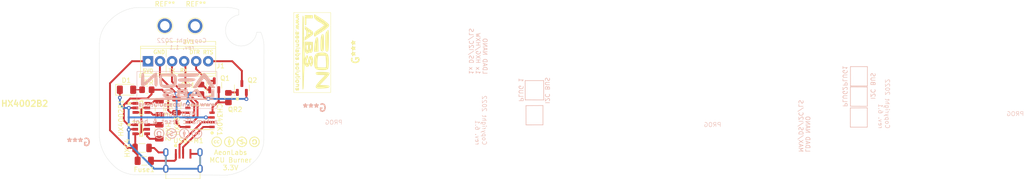
<source format=kicad_pcb>
(kicad_pcb (version 20211014) (generator pcbnew)
  (layers (0 "F.Cu" signal) (31 "B.Cu" signal) (34 "B.Paste" user) (35 "F.Paste" user) (36 "B.SilkS" user "B.Silkscreen") (37 "F.SilkS" user "F.Silkscreen") (38 "B.Mask" user) (39 "F.Mask" user) (44 "Edge.Cuts" user))
  (net 0 "")
  (net 1 "Net-(HX4002B1-Pad4)")
  (net 2 "Net-(HX4002B1-Pad6)")
  (net 3 "/GND")
  (net 4 "Net-(Q2-Pad1)")
  (net 5 "Net-(CH340K1-Pad4)")
  (net 6 "/5V0")
  (net 7 "Net-(CH340K1-Pad1)")
  (net 8 "Net-(CH340K1-Pad2)")
  (net 9 "/CH3V3")
  (net 10 "/TX_OUT_3V3")
  (net 12 "/RX_OUT_3V3")
  (net 13 "Net-(D1-Pad2)")
  (net 14 "/RST_EN_RTS")
  (net 15 "Net-(Fuse1-Pad2)")
  (net 16 "Net-(HX4002B2-Pad6)")
  (net 17 "Net-(HX4002B2-Pad4)")
  (net 18 "/IO0_BOOT_DTR")
  (net 20 "Net-(CH340K1-Pad6)")
  (net 21 "Net-(Q1-Pad1)")
  (net 22 "/3V3")
  (footprint "TerminalBlock_Phoenix:TerminalBlock_Phoenix_MPT-0,5-6-2.54_1x06_P2.54mm_Horizontal" (layer "F.Cu") (at 157.14 82.89)
    (fp_text reference "J1" (at 15.3 0.97) (layer "F.SilkS"))
    (fp_text value "Conn_01x06_Male")
    (pad "1" thru_hole rect locked (at 0 0) (size 2.2 2.2) (drill 1.1) (layers *.Cu *.Mask) (net 6 "/5V0"))
    (pad "2" thru_hole circle locked (at 2.54 0) (size 2.2 2.2) (drill 1.1) (layers *.Cu *.Mask) (net 3 "/GND"))
    (pad "3" thru_hole circle locked (at 5.08 0) (size 2.2 2.2) (drill 1.1) (layers *.Cu *.Mask) (net 10 "/TX_OUT_3V3"))
    (pad "4" thru_hole circle locked (at 7.62 0) (size 2.2 2.2) (drill 1.1) (layers *.Cu *.Mask) (net 12 "/RX_OUT_3V3"))
    (pad "5" thru_hole circle locked (at 10.16 0) (size 2.2 2.2) (drill 1.1) (layers *.Cu *.Mask) (net 18 "/IO0_BOOT_DTR"))
    (pad "6" thru_hole circle locked (at 12.7 0) (size 2.2 2.2) (drill 1.1) (layers *.Cu *.Mask) (net 14 "/RST_EN_RTS"))
  )
  (footprint "Capacitor_SMD:C_1206_3216Metric" (layer "F.Cu") (at 163.14 92.26 90)
    (fp_text reference "HXC3" (at -4.33 0.12 90) (layer "F.SilkS"))
    (fp_text value "2.2uF")
    (pad "1" smd roundrect locked (at -1.475 0 90) (size 1.15 1.8) (layers "F.Cu" "F.Paste" "F.Mask") (roundrect_rratio 0.217391) (net 9 "/CH3V3"))
    (pad "2" smd roundrect locked (at 1.475 0 90) (size 1.15 1.8) (layers "F.Cu" "F.Paste" "F.Mask") (roundrect_rratio 0.217391) (net 3 "/GND"))
  )
  (footprint "Fuse:Fuse_1206_3216Metric" (layer "F.Cu") (at 156.36 103.87)
    (fp_text reference "Fuse1" (at -0.02 1.85) (layer "F.SilkS"))
    (fp_text value "Polyfuse")
    (pad "1" smd roundrect locked (at -1.4 0) (size 1.25 1.75) (layers "F.Cu" "F.Paste" "F.Mask") (roundrect_rratio 0.2) (net 6 "/5V0"))
    (pad "2" smd roundrect locked (at 1.4 0) (size 1.25 1.75) (layers "F.Cu" "F.Paste" "F.Mask") (roundrect_rratio 0.2) (net 15 "Net-(Fuse1-Pad2)"))
  )
  (footprint "AeonLabs:HX4002 SOT95 P280X125-6N" (layer "F.Cu") (at 155.7 92.74)
    (fp_text reference "HX4002B1" (at -4.25 2.11 90) (layer "F.SilkS"))
    (fp_text value "HX4002B" hide)
    (pad "1" smd rect (at -1.21 -0.97 90) (size 0.6 1.2) (layers "F.Cu" "F.Paste" "F.Mask") (net 9 "/CH3V3"))
    (pad "2" smd rect (at -1.21 -0.02 90) (size 0.6 1.2) (layers "F.Cu" "F.Paste" "F.Mask") (net 3 "/GND"))
    (pad "3" smd rect (at -1.21 0.93 90) (size 0.6 1.2) (layers "F.Cu" "F.Paste" "F.Mask") (net 6 "/5V0"))
    (pad "4" smd rect (at 1.29 0.93 90) (size 0.6 1.2) (layers "F.Cu" "F.Paste" "F.Mask") (net 1 "Net-(HX4002B1-Pad4)"))
    (pad "5" smd rect (at 1.29 -0.02 90) (size 0.6 1.2) (layers "F.Cu" "F.Paste" "F.Mask") (net 6 "/5V0"))
    (pad "6" smd rect (at 1.29 -0.97 90) (size 0.6 1.2) (layers "F.Cu" "F.Paste" "F.Mask") (net 2 "Net-(HX4002B1-Pad6)"))
  )
  (footprint "AeonLabs:Micro_USB_pcb_socket_5pin_4weld_points" (layer "F.Cu") (at 164.33 104.53)
    (fp_text reference "USB-M1" (at 1.33 -4.9) (layer "F.SilkS"))
    (fp_text value "USB-M")
    (pad "1" connect rect (at -1.32 -2.13) (size 0.4 2) (layers "F.Cu" "F.Mask") (net 15 "Net-(Fuse1-Pad2)"))
    (pad "2" connect rect (at -0.54 -2.13) (size 0.4 2) (layers "F.Cu" "F.Mask") (net 8 "Net-(CH340K1-Pad2)"))
    (pad "3" connect rect (at 0.21 -2.13) (size 0.4 2) (layers "F.Cu" "F.Mask") (net 7 "Net-(CH340K1-Pad1)"))
    (pad "4" connect rect (at 0.99 -2.13) (size 0 0) (layers "F.Cu" "F.Mask"))
    (pad "5" connect rect (at 1.76 -2.13) (size 0.4 2) (layers "F.Cu" "F.Mask") (net 3 "/GND"))
    (pad "6" thru_hole oval (at -3.43 1.01) (size 1.1 1.7) (drill oval 0.5 1.2) (layers *.Cu *.Mask) (net 3 "/GND"))
    (pad "6" thru_hole oval (at 3.79 1.01) (size 1.1 1.7) (drill oval 0.5 1.2) (layers *.Cu *.Mask) (net 3 "/GND"))
    (pad "6" thru_hole oval (at -3.42 -2.46) (size 1.1 1.7) (drill oval 0.5 1.2) (layers *.Cu *.Mask) (net 3 "/GND"))
    (pad "6" thru_hole oval (at 3.77 -2.47) (size 1.1 1.7) (drill oval 0.5 1.2) (layers *.Cu *.Mask) (net 3 "/GND"))
  )
  (footprint "TestPoint:TestPoint_Plated_Hole_D2.0mm" (layer "F.Cu") (at 160.69 75.41)
    (fp_text reference "REF**" (at 0.03 -4.57) (layer "F.SilkS"))
    (fp_text value "TestPoint_Plated_Hole_D2.0mm")
    (pad "1" thru_hole circle locked (at 0 0) (size 3 3) (drill 2) (layers *.Cu *.Mask))
  )
  (footprint "Resistor_SMD:R_0805_2012Metric_Pad1.20x1.40mm_HandSolder" (layer "F.Cu") (at 168.29 88.8 90)
    (fp_text reference "QR1" (at 0.88 -2.73) (layer "F.SilkS"))
    (fp_text value "10K")
    (pad "1" smd roundrect locked (at -1 0 90) (size 1.2 1.4) (layers "F.Cu" "F.Paste" "F.Mask") (roundrect_rratio 0.208333) (net 20 "Net-(CH340K1-Pad6)"))
    (pad "2" smd roundrect locked (at 1 0 90) (size 1.2 1.4) (layers "F.Cu" "F.Paste" "F.Mask") (roundrect_rratio 0.208333) (net 21 "Net-(Q1-Pad1)"))
  )
  (footprint "Resistor_SMD:R_0805_2012Metric_Pad1.20x1.40mm_HandSolder" (layer "F.Cu") (at 174.08 90.56 90)
    (fp_text reference "QR2" (at -2.5 1.43) (layer "F.SilkS"))
    (fp_text value "10K")
    (pad "1" smd roundrect locked (at -1 0 90) (size 1.2 1.4) (layers "F.Cu" "F.Paste" "F.Mask") (roundrect_rratio 0.208333) (net 5 "Net-(CH340K1-Pad4)"))
    (pad "2" smd roundrect locked (at 1 0 90) (size 1.2 1.4) (layers "F.Cu" "F.Paste" "F.Mask") (roundrect_rratio 0.208333) (net 4 "Net-(Q2-Pad1)"))
  )
  (footprint "Resistor_SMD:R_0805_2012Metric_Pad1.20x1.40mm_HandSolder" (layer "F.Cu") (at 156.9 88.9 180)
    (fp_text reference "LDR1" (at -0.5 1.54) (layer "F.SilkS"))
    (fp_text value "330R")
    (pad "1" smd roundrect locked (at -1 0 180) (size 1.2 1.4) (layers "F.Cu" "F.Paste" "F.Mask") (roundrect_rratio 0.208333) (net 22 "/3V3"))
    (pad "2" smd roundrect locked (at 1 0 180) (size 1.2 1.4) (layers "F.Cu" "F.Paste" "F.Mask") (roundrect_rratio 0.208333) (net 13 "Net-(D1-Pad2)"))
  )
  (footprint "LED_SMD:LED_1206_3216Metric" (layer "F.Cu") (at 152.62 88.9)
    (fp_text reference "D1" (at -0.04 -1.97) (layer "F.SilkS"))
    (fp_text value "LED")
    (pad "1" smd roundrect locked (at -1.4 0) (size 1.25 1.75) (layers "F.Cu" "F.Paste" "F.Mask") (roundrect_rratio 0.2) (net 3 "/GND"))
    (pad "2" smd roundrect locked (at 1.4 0) (size 1.25 1.75) (layers "F.Cu" "F.Paste" "F.Mask") (roundrect_rratio 0.2) (net 13 "Net-(D1-Pad2)"))
  )
  (footprint "Package_TO_SOT_SMD:SOT-23" (layer "F.Cu") (at 176.92 88.52 90)
    (fp_text reference "Q2" (at 1.62 2.21 180) (layer "F.SilkS"))
    (fp_text value "BSS138")
    (pad "1" smd roundrect locked (at -0.9375 -0.95 90) (size 1.475 0.6) (layers "F.Cu" "F.Paste" "F.Mask") (net 4 "Net-(Q2-Pad1)"))
    (pad "2" smd roundrect locked (at -0.9375 0.95 90) (size 1.475 0.6) (layers "F.Cu" "F.Paste" "F.Mask") (net 20 "Net-(CH340K1-Pad6)"))
    (pad "3" smd roundrect locked (at 0.9375 0 90) (size 1.475 0.6) (layers "F.Cu" "F.Paste" "F.Mask") (net 14 "/RST_EN_RTS"))
  )
  (footprint "Package_SO:SSOP-10_3.9x4.9mm_P1.00mm" (layer "F.Cu") (at 168.09 94.7325 180)
    (fp_text reference "CH340K1" (at -4.15 -0.4675 -90 unlocked) (layer "F.SilkS"))
    (fp_text value "CH340K1")
    (pad "1" smd rect locked (at -2.55 -2 180) (size 1.1 0.51) (layers "F.Cu" "F.Paste" "F.Mask") (net 7 "Net-(CH340K1-Pad1)"))
    (pad "2" smd rect locked (at -2.55 -1 180) (size 1.1 0.51) (layers "F.Cu" "F.Paste" "F.Mask") (net 8 "Net-(CH340K1-Pad2)"))
    (pad "3" smd rect locked (at -2.55 0 180) (size 1.1 0.51) (layers "F.Cu" "F.Paste" "F.Mask") (net 3 "/GND"))
    (pad "4" smd rect locked (at -2.55 1 180) (size 1.1 0.51) (layers "F.Cu" "F.Paste" "F.Mask") (net 5 "Net-(CH340K1-Pad4)"))
    (pad "5" smd rect locked (at -2.55 2 180) (size 0 0) (layers "F.Cu" "F.Paste" "F.Mask"))
    (pad "6" smd rect locked (at 2.55 2 180) (size 1.1 0.51) (layers "F.Cu" "F.Paste" "F.Mask") (net 20 "Net-(CH340K1-Pad6)"))
    (pad "7" smd rect locked (at 2.55 1 180) (size 1.1 0.51) (layers "F.Cu" "F.Paste" "F.Mask") (net 9 "/CH3V3"))
    (pad "8" smd rect locked (at 2.55 0 180) (size 1.1 0.51) (layers "F.Cu" "F.Paste" "F.Mask") (net 10 "/TX_OUT_3V3"))
    (pad "9" smd rect locked (at 2.55 -1 180) (size 1.1 0.51) (layers "F.Cu" "F.Paste" "F.Mask") (net 12 "/RX_OUT_3V3"))
    (pad "10" smd rect locked (at 2.55 -2 180) (size 1.1 0.51) (layers "F.Cu" "F.Paste" "F.Mask") (net 9 "/CH3V3"))
  )
  (footprint "AeonLabs:aeon logo www" (layer "F.Cu") (at 191.78 81.06 -90)
    (fp_text reference "G***" (at -0.13 -9.1 90) (layer "F.SilkS") (effects (font (size 1.524 1.524) (thickness 0.3))))
    (fp_text value "LOGO" hide)
  )
  (footprint "TestPoint:TestPoint_Plated_Hole_D2.0mm" (layer "F.Cu") (at 167.09 75.46)
    (fp_text reference "REF**" (at 0.16 -4.61) (layer "F.SilkS"))
    (fp_text value "TestPoint_Plated_Hole_D2.0mm")
    (pad "1" thru_hole circle locked (at 0 0) (size 3 3) (drill 2) (layers *.Cu *.Mask))
  )
  (footprint "Package_TO_SOT_SMD:SOT-23" (layer "F.Cu") (at 171.1 87.96 90)
    (fp_text reference "Q1" (at 1.48 2.27) (layer "F.SilkS"))
    (fp_text value "BSS138")
    (pad "1" smd roundrect locked (at -0.9375 -0.95 90) (size 1.475 0.6) (layers "F.Cu" "F.Paste" "F.Mask") (net 21 "Net-(Q1-Pad1)"))
    (pad "2" smd roundrect locked (at -0.9375 0.95 90) (size 1.475 0.6) (layers "F.Cu" "F.Paste" "F.Mask") (net 5 "Net-(CH340K1-Pad4)"))
    (pad "3" smd roundrect locked (at 0.9375 0 90) (size 1.475 0.6) (layers "F.Cu" "F.Paste" "F.Mask") (net 18 "/IO0_BOOT_DTR"))
  )
  (footprint "Capacitor_SMD:C_1206_3216Metric" (layer "F.Cu") (at 159.52 97.76 -90)
    (fp_text reference "HXC2" (at 0 -1.85 -90 unlocked) (layer "F.SilkS"))
    (fp_text value "2.2uF")
    (pad "1" smd roundrect locked (at -1.475 0 270) (size 1.15 1.8) (layers "F.Cu" "F.Paste" "F.Mask") (roundrect_rratio 0.217391) (net 16 "Net-(HX4002B2-Pad6)"))
    (pad "2" smd roundrect locked (at 1.475 0 270) (size 1.15 1.8) (layers "F.Cu" "F.Paste" "F.Mask") (roundrect_rratio 0.217391) (net 17 "Net-(HX4002B2-Pad4)"))
  )
  (footprint "AeonLabs:aeon creative commons logos" (layer "F.Cu") (at 175.5798 99.818532)
    (fp_text reference "G***" hide)
    (fp_text value "LOGO" hide)
  )
  (footprint "AeonLabs:HX4002 SOT95 P280X125-6N" (layer "F.Cu") (at 155.67 97.24)
    (fp_text reference "HX4002B2" (at -24.52 -5.42) (layer "F.SilkS") (effects (font (size 1.27 1.27) (thickness 0.254))))
    (fp_text value "HX4002B" hide)
    (pad "1" smd rect (at -1.21 -0.97 90) (size 0.6 1.2) (layers "F.Cu" "F.Paste" "F.Mask") (net 9 "/CH3V3"))
    (pad "2" smd rect (at -1.21 -0.02 90) (size 0.6 1.2) (layers "F.Cu" "F.Paste" "F.Mask") (net 3 "/GND"))
    (pad "3" smd rect (at -1.21 0.93 90) (size 0.6 1.2) (layers "F.Cu" "F.Paste" "F.Mask") (net 6 "/5V0"))
    (pad "4" smd rect (at 1.29 0.93 90) (size 0.6 1.2) (layers "F.Cu" "F.Paste" "F.Mask") (net 17 "Net-(HX4002B2-Pad4)"))
    (pad "5" smd rect (at 1.29 -0.02 90) (size 0.6 1.2) (layers "F.Cu" "F.Paste" "F.Mask") (net 6 "/5V0"))
    (pad "6" smd rect (at 1.29 -0.97 90) (size 0.6 1.2) (layers "F.Cu" "F.Paste" "F.Mask") (net 16 "Net-(HX4002B2-Pad6)"))
  )
  (footprint "Capacitor_SMD:C_1206_3216Metric" (layer "F.Cu") (at 155.89 101.16)
    (fp_text reference "HXC4" (at -3.11 0.02 90) (layer "F.SilkS"))
    (fp_text value "2.2uF")
    (pad "1" smd roundrect locked (at -1.475 0) (size 1.15 1.8) (layers "F.Cu" "F.Paste" "F.Mask") (roundrect_rratio 0.217391) (net 6 "/5V0"))
    (pad "2" smd roundrect locked (at 1.475 0) (size 1.15 1.8) (layers "F.Cu" "F.Paste" "F.Mask") (roundrect_rratio 0.217391) (net 3 "/GND"))
  )
  (footprint "Capacitor_SMD:C_1206_3216Metric" (layer "F.Cu") (at 159.57 92.71 -90)
    (fp_text reference "HXC1" (at -0.17 -1.71 -90 unlocked) (layer "F.SilkS"))
    (fp_text value "2.2uF")
    (pad "1" smd roundrect locked (at -1.475 0 270) (size 1.15 1.8) (layers "F.Cu" "F.Paste" "F.Mask") (roundrect_rratio 0.217391) (net 2 "Net-(HX4002B1-Pad6)"))
    (pad "2" smd roundrect locked (at 1.475 0 270) (size 1.15 1.8) (layers "F.Cu" "F.Paste" "F.Mask") (roundrect_rratio 0.217391) (net 1 "Net-(HX4002B1-Pad4)"))
  )
  (footprint "AeonLabs:aeon logo www" (layer "B.Cu") (at 163.240001 88.907666 180)
    (fp_text reference "G***" (at -28.989999 -3.812334) (layer "B.SilkS") (effects (font (size 1.524 1.524) (thickness 0.3)) (justify mirror)))
    (fp_text value "LOGO" hide)
  )
  (footprint "AeonLabs:aeon creative commons logos" (layer "B.Cu") (at 163.480201 98.068532 180)
    (fp_text reference "G***" (at 20.950201 -1.891468) (layer "B.SilkS") (effects (font (size 1.524 1.524) (thickness 0.3)) (justify mirror)))
    (fp_text value "LOGO" hide)
  )
  (gr_line (start 236.785 96.2975) (end 240.35 96.295) (layer "B.SilkS") (width 0.12))
  (gr_line (start 305.13 92.37) (end 308.67 92.385) (layer "B.SilkS") (width 0.12))
  (gr_line (start 240.35 92.225) (end 236.775 92.2475) (layer "B.SilkS") (width 0.12))
  (gr_line (start 308.67 92.705) (end 305.095 92.7275) (layer "B.SilkS") (width 0.12))
  (gr_line (start 305.14 88.095) (end 308.7 88.1) (layer "B.SilkS") (width 0.12))
  (gr_line (start 308.67 92.385) (end 308.67 88.315) (layer "B.SilkS") (width 0.12))
  (gr_line (start 308.7 88.1) (end 308.7 84.03) (layer "B.SilkS") (width 0.12))
  (gr_line (start 240.51 86.97) (end 236.6 86.965) (layer "B.SilkS") (width 0.12))
  (gr_line (start 305.13 84.025) (end 305.14 88.095) (layer "B.SilkS") (width 0.12))
  (gr_line (start 305.095 92.7275) (end 305.105 96.7775) (layer "B.SilkS") (width 0.12))
  (gr_line (start 305.105 96.7775) (end 308.67 96.775) (layer "B.SilkS") (width 0.12))
  (gr_line (start 308.7 84.03) (end 305.13 84.025) (layer "B.SilkS") (width 0.12))
  (gr_line (start 236.6 86.965) (end 236.61 91.035) (layer "B.SilkS") (width 0.12))
  (gr_line (start 236.775 92.2475) (end 236.785 96.2975) (layer "B.SilkS") (width 0.12))
  (gr_line (start 305.12 88.3) (end 305.13 92.37) (layer "B.SilkS") (width 0.12))
  (gr_line (start 308.67 88.315) (end 305.12 88.3) (layer "B.SilkS") (width 0.12))
  (gr_line (start 236.61 91.035) (end 240.51 91.04) (layer "B.SilkS") (width 0.12))
  (gr_line (start 240.35 96.295) (end 240.35 92.225) (layer "B.SilkS") (width 0.12))
  (gr_line (start 240.51 91.04) (end 240.51 86.97) (layer "B.SilkS") (width 0.12))
  (gr_line (start 308.67 96.775) (end 308.67 92.705) (layer "B.SilkS") (width 0.12))
  (gr_line (start 167.07 78.73) (end 171.41 78.73) (layer "F.SilkS") (width 0.12))
  (gr_line (start 164.37 78.74) (end 160.99 78.755) (layer "F.SilkS") (width 0.12))
  (gr_line (start 160.97 81.97) (end 160.97 80.42) (layer "F.SilkS") (width 0.12))
  (gr_circle (center 170.288094 90.19) (end 170.478094 90.216985) (layer "F.SilkS") (width 0.3) (fill none))
  (gr_line (start 171.41 78.73) (end 171.41 79.48) (layer "F.SilkS") (width 0.12))
  (gr_line (start 160.99 78.755) (end 160.99 79.445) (layer "F.SilkS") (width 0.12))
  (gr_circle (center 170.65 97.99) (end 170.84 98.016985) (layer "F.SilkS") (width 0.3) (fill none))
  (gr_line (start 160.96 83.77) (end 160.96 85.23) (layer "F.SilkS") (width 0.12))
  (gr_circle (center 175.971906 90.83) (end 176.161906 90.856985) (layer "F.SilkS") (width 0.3) (fill none))
  (gr_circle (center 162.98 100.69) (end 163.17 100.716985) (layer "F.SilkS") (width 0.3) (fill none))
  (gr_line (start 181.58 79.32) (end 181.572294 99.305576) (layer "Edge.Cuts") (width 0.05))
  (gr_arc (start 154.481558 106.792294) (mid 151.767889 106.177046) (end 149.540001 104.509999) (layer "Edge.Cuts") (width 0.05))
  (gr_arc (start 174.008442 71.567706) (mid 175.16497 71.709584) (end 176.287378 72.022452) (layer "Edge.Cuts") (width 0.05))
  (gr_arc (start 149.200001 74.217135) (mid 151.707969 72.431862) (end 154.667547 71.584511) (layer "Edge.Cuts") (width 0.05))
  (gr_line (start 173.822453 106.879757) (end 154.481558 106.792294) (layer "Edge.Cuts") (width 0.05))
  (gr_line (start 176.287378 72.022452) (end 176.287378 73.122452) (layer "Edge.Cuts") (width 0.05))
  (gr_line (start 174.008442 71.567706) (end 154.667547 71.584511) (layer "Edge.Cuts") (width 0.05))
  (gr_line (start 146.917377 99.049587) (end 146.917706 79.158692) (layer "Edge.Cuts") (width 0.05))
  (gr_arc (start 180.045335 76.792196) (mid 174.470602 78.741917) (end 176.287378 73.122452) (layer "Edge.Cuts") (width 0.05))
  (gr_arc (start 180.921935 76.794753) (mid 181.342595 78.033499) (end 181.58 79.32) (layer "Edge.Cuts") (width 0.05))
  (gr_arc (start 146.917706 79.158692) (mid 147.532954 76.445023) (end 149.200001 74.217135) (layer "Edge.Cuts") (width 0.05))
  (gr_arc (start 149.550001 104.517133) (mid 147.764728 102.009165) (end 146.917377 99.049587) (layer "Edge.Cuts") (width 0.05))
  (gr_line (start 180.045335 76.792196) (end 180.921935 76.794753) (layer "Edge.Cuts") (width 0.05))
  (gr_arc (start 181.572294 99.305576) (mid 180.957046 102.019245) (end 179.289999 104.247133) (layer "Edge.Cuts") (width 0.05))
  (gr_arc (start 179.289999 104.247133) (mid 176.782031 106.032406) (end 173.822453 106.879757) (layer "Edge.Cuts") (width 0.05))
  (gr_text "Copyright 2022\nrev. 1.1" (at 164.24 79.26) (layer "B.SilkS") (effects (font (size 0.9 0.9) (thickness 0.08)) (justify mirror)))
  (gr_text "PROG" (at 196.28 95.77) (layer "B.SilkS") (effects (font (size 0.9 0.9) (thickness 0.08)) (justify mirror)))
  (gr_text "LDAD NANO \nMAX/DS/I2C/LS" (at 295.4 102.11 -90) (layer "B.SilkS") (effects (font (size 0.9 0.9) (thickness 0.1)) (justify left mirror)))
  (gr_text "Copyright 2022\nrev. 6.1" (at 227.27 100.61 -90) (layer "B.SilkS") (effects (font (size 0.9 0.9) (thickness 0.08)) (justify left mirror)))
  (gr_text "Copyright 2022\nrev. 6.1" (at 312.19 97.14 -90) (layer "B.SilkS") (effects (font (size 0.9 0.9) (thickness 0.08)) (justify left mirror)))
  (gr_text "MCU Burner\nautomatic reset & boot" (at 162.91 94.8) (layer "B.SilkS") (effects (font (size 1 1)) (justify mirror)))
  (gr_text "PROG" (at 276.08 96.27) (layer "B.SilkS") (effects (font (size 0.9 0.9) (thickness 0.08)) (justify mirror)))
  (gr_text "LDAD NANO\n1x HXG/HXW\n1x DS/I2C/LS" (at 226.68 85.69 -90) (layer "B.SilkS") (effects (font (size 0.9 0.9) (thickness 0.1)) (justify left mirror)))
  (gr_text "I2C BUS" (at 309.85 88.11 -90) (layer "B.SilkS") (effects (font (size 0.9 0.9) (thickness 0.1)) (justify mirror)))
  (gr_text "PLUG 1" (at 235.71 88.92 -90) (layer "B.SilkS") (effects (font (size 0.9 0.9) (thickness 0.1)) (justify mirror)))
  (gr_text "PROG" (at 339.86 93.98) (layer "B.SilkS") (effects (font (size 0.9 0.9) (thickness 0.08)) (justify mirror)))
  (gr_text "PLUG1" (at 303.96 85.97 -90) (layer "B.SilkS") (effects (font (size 0.9 0.9) (thickness 0.1)) (justify mirror)))
  (gr_text "PLUG2" (at 303.96 90.35 -90) (layer "B.SilkS") (effects (font (size 0.9 0.9) (thickness 0.1)) (justify mirror)))
  (gr_text "I2C BUS" (at 241.26 89.06 -90) (layer "B.SilkS") (effects (font (size 0.9 0.9) (thickness 0.1)) (justify mirror)))
  (gr_text "5V0" (at 157.11 84.91) (layer "F.SilkS") (effects (font (size 0.8 0.8))))
  (gr_text "RX" (at 164.68 84.82) (layer "F.SilkS") (effects (font (size 0.8 0.8))))
  (gr_text "GND" (at 159.5 80.97) (layer "F.SilkS") (effects (font (size 0.8 0.8))))
  (gr_text "3V3" (at 165.65 78.82) (layer "F.SilkS") (effects (font (size 0.8 0.8))))
  (gr_text "TX" (at 162.18 84.9) (layer "F.SilkS") (effects (font (size 0.8 0.8))))
  (gr_text "RTS" (at 169.82 81.01) (layer "F.SilkS") (effects (font (size 0.8 0.8))))
  (gr_text "DTR" (at 166.98 80.98) (layer "F.SilkS") (effects (font (size 0.8 0.8))))
  (gr_text "AeonLabs\nMCU Burner\n3.3V" (at 174.54 103.72) (layer "F.SilkS") (effects (font (size 1 1))))
  (segment (start 157.7 93.67) (end 158.2 94.17) (width 0.4) (layer "F.Cu") (net 1))
  (segment (start 158.2 94.17) (end 159.555 94.17) (width 0.4) (layer "F.Cu") (net 1))
  (segment (start 159.555 94.17) (end 159.57 94.185) (width 0.4) (layer "F.Cu") (net 1))
  (segment (start 156.99 93.67) (end 157.7 93.67) (width 0.4) (layer "F.Cu") (net 1))
  (segment (start 157.98 91.77) (end 158.515 91.235) (width 0.4) (layer "F.Cu") (net 2))
  (segment (start 156.99 91.77) (end 157.98 91.77) (width 0.4) (layer "F.Cu") (net 2))
  (segment (start 158.515 91.235) (end 159.57 91.235) (width 0.4) (layer "F.Cu") (net 2))
  (segment (start 151.22 88.9) (end 151.22 90.57) (width 0.4) (layer "F.Cu") (net 3))
  (segment (start 153.11 92.73) (end 153.08 92.76) (width 0.4) (layer "F.Cu") (net 3))
  (segment (start 158.43 101.16) (end 159.37 102.1) (width 0.4) (layer "F.Cu") (net 3))
  (segment (start 159.37 102.1) (end 160.88 102.1) (width 0.4) (layer "F.Cu") (net 3))
  (segment (start 153.12 92.72) (end 153.11 92.73) (width 0.4) (layer "F.Cu") (net 3))
  (segment (start 163.14 90.785) (end 163.14 89.745) (width 0.4) (layer "F.Cu") (net 3))
  (segment (start 166.09 102.4) (end 167.76 102.4) (width 0.4) (layer "F.Cu") (net 3))
  (segment (start 169.35 94.7325) (end 169.34 94.7225) (width 0.4) (layer "F.Cu") (net 3))
  (segment (start 170.64 94.7325) (end 169.35 94.7325) (width 0.4) (layer "F.Cu") (net 3))
  (segment (start 167.76 102.4) (end 168.1 102.06) (width 0.4) (layer "F.Cu") (net 3))
  (segment (start 153.19 97.22) (end 153.09 97.32) (width 0.4) (layer "F.Cu") (net 3))
  (segment (start 154.49 92.72) (end 153.12 92.72) (width 0.4) (layer "F.Cu") (net 3))
  (segment (start 163.14 89.745) (end 163.1675 89.7175) (width 0.4) (layer "F.Cu") (net 3))
  (segment (start 159.66 86.21) (end 159.66 82.45) (width 0.4) (layer "F.Cu") (net 3))
  (segment (start 163.1675 89.7175) (end 159.66 86.21) (width 0.4) (layer "F.Cu") (net 3))
  (segment (start 154.46 97.22) (end 153.19 97.22) (width 0.4) (layer "F.Cu") (net 3))
  (segment (start 157.365 101.16) (end 158.43 101.16) (width 0.4) (layer "F.Cu") (net 3))
  (via (at 151.22 90.57) (size 0.8) (drill 0.4) (layers "F.Cu" "B.Cu") (net 3))
  (via (at 153.09 97.33) (size 0.8) (drill 0.4) (layers "F.Cu" "B.Cu") (net 3))
  (via (at 163.1675 89.7175) (size 0.8) (drill 0.4) (layers "F.Cu" "B.Cu") (net 3))
  (via (at 169.34 94.7225) (size 0.8) (drill 0.4) (layers "F.Cu" "B.Cu") (net 3))
  (via (at 153.11 92.73) (size 0.8) (drill 0.4) (layers "F.Cu" "B.Cu") (net 3))
  (segment (start 153.09 97.32) (end 153.09 97.33) (width 0.4) (layer "B.Cu") (net 3))
  (segment (start 169.34 94.7225) (end 163.1675 94.7225) (width 0.4) (layer "B.Cu") (net 3))
  (segment (start 153.08 92.76) (end 153.11 92.73) (width 0.4) (layer "B.Cu") (net 3))
  (segment (start 152 92.73) (end 151.22 91.95) (width 0.4) (layer "B.Cu") (net 3))
  (segment (start 153.08 94.66) (end 153.08 92.76) (width 0.4) (layer "B.Cu") (net 3))
  (segment (start 151.22 91.95) (end 151.22 90.57) (width 0.4) (layer "B.Cu") (net 3))
  (segment (start 153.08 97.31) (end 153.09 97.32) (width 0.4) (layer "B.Cu") (net 3))
  (segment (start 153.09 100.18) (end 158.45 105.54) (width 0.4) (layer "B.Cu") (net 3))
  (segment (start 153.1425 94.7225) (end 153.08 94.66) (width 0.4) (layer "B.Cu") (net 3))
  (segment (start 160.9 105.54) (end 168.12 105.54) (width 0.4) (layer "B.Cu") (net 3))
  (segment (start 153.11 92.73) (end 152 92.73) (width 0.4) (layer "B.Cu") (net 3))
  (segment (start 163.1675 94.7225) (end 163.1675 89.7175) (width 0.4) (layer "B.Cu") (net 3))
  (segment (start 153.09 97.33) (end 153.09 100.18) (width 0.4) (layer "B.Cu") (net 3))
  (segment (start 160.91 102.07) (end 160.91 105.53) (width 0.4) (layer "B.Cu") (net 3))
  (segment (start 168.12 102.08) (end 168.1 102.06) (width 0.4) (layer "B.Cu") (net 3))
  (segment (start 160.91 105.53) (end 160.9 105.54) (width 0.4) (layer "B.Cu") (net 3))
  (segment (start 158.45 105.54) (end 160.9 105.54) (width 0.4) (layer "B.Cu") (net 3))
  (segment (start 163.1675 94.7225) (end 153.1425 94.7225) (width 0.4) (layer "B.Cu") (net 3))
  (segment (start 168.12 105.54) (end 168.12 102.08) (width 0.4) (layer "B.Cu") (net 3))
  (segment (start 153.08 94.66) (end 153.08 97.31) (width 0.4) (layer "B.Cu") (net 3))
  (segment (start 174.1825 89.4575) (end 174.08 89.56) (width 0.4) (layer "F.Cu") (net 4))
  (segment (start 175.97 89.4575) (end 174.1825 89.4575) (width 0.4) (layer "F.Cu") (net 4))
  (segment (start 170.74 92.58) (end 170.74 93.6325) (width 0.4) (layer "F.Cu") (net 5))
  (segment (start 171.335 91.985) (end 171.76 91.56) (width 0.4) (layer "F.Cu") (net 5))
  (segment (start 172.05 91.27) (end 171.335 91.985) (width 0.4) (layer "F.Cu") (net 5))
  (segment (start 171.76 91.56) (end 174.08 91.56) (width 0.4) (layer "F.Cu") (net 5))
  (segment (start 170.74 92.58) (end 171.335 91.985) (width 0.4) (layer "F.Cu") (net 5))
  (segment (start 170.74 93.6325) (end 170.64 93.7325) (width 0.4) (layer "F.Cu") (net 5))
  (segment (start 172.05 88.8975) (end 172.05 91.27) (width 0.4) (layer "F.Cu") (net 5))
  (segment (start 155.34 98.17) (end 154.46 98.17) (width 0.4) (layer "F.Cu") (net 6))
  (segment (start 157.14 82.89) (end 153.78 82.89) (width 0.4) (layer "F.Cu") (net 6))
  (segment (start 152.87 101.16) (end 149.14 97.43) (width 0.4) (layer "F.Cu") (net 6))
  (segment (start 154.415 101.16) (end 152.87 101.16) (width 0.4) (layer "F.Cu") (net 6))
  (segment (start 153.78 82.89) (end 153.36 83.31) (width 0.4) (layer "F.Cu") (net 6))
  (segment (start 149.14 97.43) (end 149.14 87.53) (width 0.4) (layer "F.Cu") (net 6))
  (segment (start 154.415 102.075) (end 154.96 102.62) (width 0.4) (layer "F.Cu") (net 6))
  (segment (start 155.33 93.67) (end 154.49 93.67) (width 0.4) (layer "F.Cu") (net 6))
  (segment (start 155.745 93.075) (end 155.745 94.085) (width 0.4) (layer "F.Cu") (net 6))
  (segment (start 155.745 97.765) (end 155.745 94.085) (width 0.4) (layer "F.Cu") (net 6))
  (segment (start 156.96 97.22) (end 156.29 97.22) (width 0.4) (layer "F.Cu") (net 6))
  (segment (start 154.415 101.16) (end 154.415 102.075) (width 0.4) (layer "F.Cu") (net 6))
  (segment (start 155.745 94.085) (end 155.33 93.67) (width 0.4) (layer "F.Cu") (net 6))
  (segment (start 156.1 92.72) (end 155.745 93.075) (width 0.4) (layer "F.Cu") (net 6))
  (segment (start 156.99 92.72) (end 156.1 92.72) (width 0.4) (layer "F.Cu") (net 6))
  (segment (start 154.46 100.925) (end 154.535 101) (width 0.4) (layer "F.Cu") (net 6))
  (segment (start 149.14 87.53) (end 153.36 83.31) (width 0.4) (layer "F.Cu") (net 6))
  (segment (start 154.96 102.62) (end 154.96 103.87) (width 0.4) (layer "F.Cu") (net 6))
  (segment (start 156.29 97.22) (end 155.745 97.765) (width 0.4) (layer "F.Cu") (net 6))
  (segment (start 154.46 98.17) (end 154.46 100.925) (width 0.4) (layer "F.Cu") (net 6))
  (segment (start 155.745 97.765) (end 155.34 98.17) (width 0.4) (layer "F.Cu") (net 6))
  (segment (start 168.7975 96.7325) (end 164.54 100.99) (width 0.4) (layer "F.Cu") (net 7))
  (segment (start 170.64 96.7325) (end 168.7975 96.7325) (width 0.4) (layer "F.Cu") (net 7))
  (segment (start 164.54 100.99) (end 164.54 102.4) (width 0.4) (layer "F.Cu") (net 7))
  (segment (start 168.5175 95.7325) (end 163.79 100.46) (width 0.4) (layer "F.Cu") (net 8))
  (segment (start 163.79 100.46) (end 163.79 102.4) (width 0.4) (layer "F.Cu") (net 8))
  (segment (start 170.64 95.7325) (end 168.5175 95.7325) (width 0.4) (layer "F.Cu") (net 8))
  (segment (start 161.905 93.735) (end 163.14 93.735) (width 0.4) (layer "F.Cu") (net 9))
  (segment (start 153.4 90.75) (end 157 90.75) (width 0.4) (layer "F.Cu") (net 9))
  (segment (start 154.46 96.27) (end 152.96 96.27) (width 0.4) (layer "F.Cu") (net 9))
  (segment (start 152.05 92.1) (end 152.38 91.77) (width 0.4) (layer "F.Cu") (net 9))
  (segment (start 157 90.75) (end 157.9 89.85) (width 0.4) (layer "F.Cu") (net 9))
  (segment (start 152.96 96.27) (end 152.05 95.36) (width 0.4) (layer "F.Cu") (net 9))
  (segment (start 160.12 88.9) (end 161.39 90.17) (width 0.4) (layer "F.Cu") (net 9))
  (segment (start 163.97 96.7325) (end 165.54 96.7325) (width 0.4) (layer "F.Cu") (net 9))
  (segment (start 165.515 93.7075) (end 165.54 93.7325) (width 0.4) (layer "F.Cu") (net 9))
  (segment (start 154.49 91.77) (end 152.38 91.77) (width 0.4) (layer "F.Cu") (net 9))
  (segment (start 162.44 93.7075) (end 165.515 93.7075) (width 0.4) (layer "F.Cu") (net 9))
  (segment (start 163.14 93.735) (end 163.14 95.9025) (width 0.4) (layer "F.Cu") (net 9))
  (segment (start 157.9 88.9) (end 160.12 88.9) (width 0.4) (layer "F.Cu") (net 9))
  (segment (start 163.14 95.9025) (end 163.97 96.7325) (width 0.4) (layer "F.Cu") (net 9))
  (segment (start 161.39 90.17) (end 161.39 93.22) (width 0.4) (layer "F.Cu") (net 9))
  (segment (start 152.38 91.77) (end 153.4 90.75) (width 0.4) (layer "F.Cu") (net 9))
  (segment (start 157.995 88.995) (end 157.9 88.9) (width 0.4) (layer "F.Cu") (net 9))
  (segment (start 152.05 95.36) (end 152.05 92.1) (width 0.4) (layer "F.Cu") (net 9))
  (segment (start 161.39 93.22) (end 161.905 93.735) (width 0.4) (layer "F.Cu") (net 9))
  (segment (start 157.9 89.85) (end 157.9 88.9) (width 0.4) (layer "F.Cu") (net 9))
  (segment (start 162.2 86.89) (end 162.2 82.45) (width 0.4) (layer "F.Cu") (net 10))
  (segment (start 166.38 94.7325) (end 166.88 94.2325) (width 0.4) (layer "F.Cu") (net 10))
  (segment (start 165.54 94.7325) (end 166.38 94.7325) (width 0.4) (layer "F.Cu") (net 10))
  (segment (start 164.4125 89.4025) (end 162.2 87.19) (width 0.4) (layer "F.Cu") (net 10))
  (segment (start 164.42 89.4025) (end 164.4125 89.4025) (width 0.4) (layer "F.Cu") (net 10))
  (segment (start 162.2 87.19) (end 162.2 86.89) (width 0.4) (layer "F.Cu") (net 10))
  (segment (start 166.88 94.2325) (end 166.88 91.8625) (width 0.4) (layer "F.Cu") (net 10))
  (segment (start 166.88 91.8625) (end 164.42 89.4025) (width 0.4) (layer "F.Cu") (net 10))
  (segment (start 167.58 91.6025) (end 165.02 89.0425) (width 0.4) (layer "F.Cu") (net 12))
  (segment (start 165.02 89.0425) (end 165.02 82.73) (width 0.4) (layer "F.Cu") (net 12))
  (segment (start 165.54 95.7325) (end 166.57 95.7325) (width 0.4) (layer "F.Cu") (net 12))
  (segment (start 166.57 95.7325) (end 167.58 94.7225) (width 0.4) (layer "F.Cu") (net 12))
  (segment (start 167.58 94.7225) (end 167.58 91.6025) (width 0.4) (layer "F.Cu") (net 12))
  (segment (start 165.02 82.73) (end 164.74 82.45) (width 0.4) (layer "F.Cu") (net 12))
  (segment (start 155.9 88.9) (end 154.02 88.9) (width 0.25) (layer "F.Cu") (net 13))
  (segment (start 176.92 84.92) (end 174.89 82.89) (width 0.4) (layer "F.Cu") (net 14))
  (segment (start 176.92 87.5825) (end 176.92 84.92) (width 0.4) (layer "F.Cu") (net 14))
  (segment (start 174.89 82.89) (end 169.84 82.89) (width 0.4) (layer "F.Cu") (net 14))
  (segment (start 157.76 103.87) (end 162.72 103.87) (width 0.4) (layer "F.Cu") (net 15))
  (segment (start 163.01 103.58) (end 163.01 102.4) (width 0.4) (layer "F.Cu") (net 15))
  (segment (start 162.72 103.87) (end 163.01 103.58) (width 0.4) (layer "F.Cu") (net 15))
  (segment (start 156.96 96.27) (end 159.505 96.27) (width 0.4) (layer "F.Cu") (net 16))
  (segment (start 159.505 96.27) (end 159.52 96.285) (width 0.4) (layer "F.Cu") (net 16))
  (segment (start 157.495 99.235) (end 156.96 98.7) (width 0.4) (layer "F.Cu") (net 17))
  (segment (start 156.96 98.7) (end 156.96 98.17) (width 0.4) (layer "F.Cu") (net 17))
  (segment (start 159.52 99.235) (end 157.495 99.235) (width 0.4) (layer "F.Cu") (net 17))
  (segment (start 169.7625 87.0225) (end 167.28 84.54) (width 0.4) (layer "F.Cu") (net 18))
  (segment (start 167.28 82.45) (end 167.28 84.54) (width 0.4) (layer "F.Cu") (net 18))
  (segment (start 171.1 87.0225) (end 169.7625 87.0225) (width 0.4) (layer "F.Cu") (net 18))
  (segment (start 165.54 92.7325) (end 165.54 91.7525) (width 0.4) (layer "F.Cu") (net 20))
  (segment (start 177.87 90.87) (end 177.87 90.91) (width 0.4) (layer "F.Cu") (net 20))
  (segment (start 167.7775 89.57) (end 166.97 89.57) (width 0.4) (layer "F.Cu") (net 20))
  (segment (start 169.31 90.82) (end 169.86 90.82) (width 0.4) (layer "F.Cu") (net 20))
  (segment (start 177.87 89.4575) (end 177.87 90.87) (width 0.4) (layer "F.Cu") (net 20))
  (segment (start 168.29 89.8) (end 169.31 90.82) (width 0.4) (layer "F.Cu") (net 20))
  (via (at 165.54 91.7525) (size 0.8) (drill 0.4) (layers "F.Cu" "B.Cu") (net 20))
  (via (at 166.92 89.53) (size 0.8) (drill 0.4) (layers "F.Cu" "B.Cu") (net 20))
  (via (at 169.86 90.82) (size 0.8) (drill 0.4) (layers "F.Cu" "B.Cu") (net 20))
  (via (at 177.87 90.87) (size 0.8) (drill 0.4) (layers "F.Cu" "B.Cu") (net 20))
  (segment (start 166.05 89.53) (end 166.92 89.53) (width 0.4) (layer "B.Cu") (net 20))
  (segment (start 177.82 90.82) (end 177.87 90.87) (width 0.4) (layer "B.Cu") (net 20))
  (segment (start 165.54 90.04) (end 166.05 89.53) (width 0.4) (layer "B.Cu") (net 20))
  (segment (start 169.86 90.82) (end 177.82 90.82) (width 0.4) (layer "B.Cu") (net 20))
  (segment (start 165.54 91.7525) (end 165.54 90.04) (width 0.4) (layer "B.Cu") (net 20))
  (segment (start 169.6675 88.8975) (end 170.15 88.8975) (width 0.4) (layer "F.Cu") (net 21))
  (segment (start 168.29 87.8) (end 168.57 87.8) (width 0.4) (layer "F.Cu") (net 21))
  (segment (start 168.57 87.8) (end 169.6675 88.8975) (width 0.4) (layer "F.Cu") (net 21))
)
</source>
